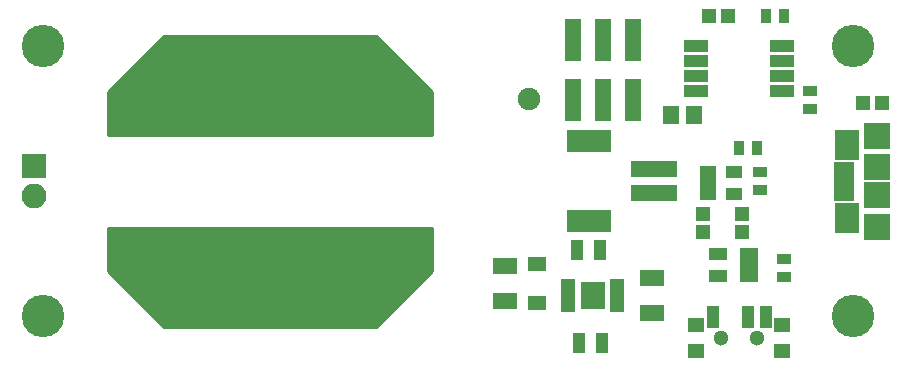
<source format=gts>
G04 #@! TF.FileFunction,Soldermask,Top*
%FSLAX46Y46*%
G04 Gerber Fmt 4.6, Leading zero omitted, Abs format (unit mm)*
G04 Created by KiCad (PCBNEW 4.0.7) date 05/03/18 21:25:46*
%MOMM*%
%LPD*%
G01*
G04 APERTURE LIST*
%ADD10C,0.100000*%
%ADD11C,0.908000*%
%ADD12R,1.400000X1.650000*%
%ADD13R,1.150000X1.200000*%
%ADD14R,2.000000X1.400000*%
%ADD15R,1.200000X1.200000*%
%ADD16R,1.600000X1.300000*%
%ADD17R,2.300000X2.300000*%
%ADD18R,2.000000X2.500000*%
%ADD19R,1.750000X0.800000*%
%ADD20R,3.800000X1.900000*%
%ADD21R,3.900000X1.400000*%
%ADD22R,2.100000X2.100000*%
%ADD23O,2.100000X2.100000*%
%ADD24R,1.100000X1.700000*%
%ADD25R,1.620000X1.050000*%
%ADD26R,0.900000X1.300000*%
%ADD27R,1.300000X0.900000*%
%ADD28R,1.460000X1.050000*%
%ADD29R,1.290000X0.820000*%
%ADD30R,1.240000X1.340000*%
%ADD31R,2.100000X1.050000*%
%ADD32C,1.300000*%
%ADD33R,1.100000X1.900000*%
%ADD34R,1.400000X1.200000*%
%ADD35C,3.600000*%
%ADD36C,1.900000*%
%ADD37R,1.400000X3.550000*%
%ADD38C,0.254000*%
G04 APERTURE END LIST*
D10*
D11*
X166370000Y-102108000D03*
X165100000Y-102108000D03*
X163830000Y-102108000D03*
X162560000Y-102108000D03*
X161290000Y-102108000D03*
X160020000Y-102108000D03*
X158750000Y-102108000D03*
X157480000Y-102108000D03*
X156210000Y-102108000D03*
X154940000Y-102108000D03*
X153670000Y-102108000D03*
X152400000Y-102108000D03*
X151130000Y-102108000D03*
X149860000Y-102108000D03*
X148590000Y-102108000D03*
X166370000Y-103378000D03*
X165100000Y-103378000D03*
X163830000Y-103378000D03*
X162560000Y-103378000D03*
X161290000Y-103378000D03*
X160020000Y-103378000D03*
X158750000Y-103378000D03*
X157480000Y-103378000D03*
X156210000Y-103378000D03*
X154940000Y-103378000D03*
X153670000Y-103378000D03*
X152400000Y-103378000D03*
X151130000Y-103378000D03*
X149860000Y-103378000D03*
X148590000Y-103378000D03*
X166370000Y-104648000D03*
X165100000Y-104648000D03*
X163830000Y-104648000D03*
X162560000Y-104648000D03*
X161290000Y-104648000D03*
X160020000Y-104648000D03*
X158750000Y-104648000D03*
X157480000Y-104648000D03*
X156210000Y-104648000D03*
X154940000Y-104648000D03*
X153670000Y-104648000D03*
X152400000Y-104648000D03*
X151130000Y-104648000D03*
X149860000Y-104648000D03*
X148590000Y-104648000D03*
X166370000Y-105918000D03*
X165100000Y-105918000D03*
X163830000Y-105918000D03*
X162560000Y-105918000D03*
X161290000Y-105918000D03*
X160020000Y-105918000D03*
X158750000Y-105918000D03*
X157480000Y-105918000D03*
X156210000Y-105918000D03*
X154940000Y-105918000D03*
X153670000Y-105918000D03*
X152400000Y-105918000D03*
X151130000Y-105918000D03*
X149860000Y-105918000D03*
X148590000Y-105918000D03*
X166370000Y-107188000D03*
X165100000Y-107188000D03*
X163830000Y-107188000D03*
X162560000Y-107188000D03*
X161290000Y-107188000D03*
X160020000Y-107188000D03*
X158750000Y-107188000D03*
X157480000Y-107188000D03*
X156210000Y-107188000D03*
X154940000Y-107188000D03*
X153670000Y-107188000D03*
X152400000Y-107188000D03*
X151130000Y-107188000D03*
X149860000Y-107188000D03*
X166370000Y-121412000D03*
X165100000Y-121412000D03*
X163830000Y-121412000D03*
X162560000Y-121412000D03*
X161290000Y-121412000D03*
X160020000Y-121412000D03*
X158750000Y-121412000D03*
X157480000Y-121412000D03*
X156210000Y-121412000D03*
X154940000Y-121412000D03*
X153670000Y-121412000D03*
X152400000Y-121412000D03*
X151130000Y-121412000D03*
X149860000Y-121412000D03*
X148590000Y-121412000D03*
X166370000Y-120142000D03*
X165100000Y-120142000D03*
X163830000Y-120142000D03*
X162560000Y-120142000D03*
X161290000Y-120142000D03*
X160020000Y-120142000D03*
X158750000Y-120142000D03*
X157480000Y-120142000D03*
X156210000Y-120142000D03*
X154940000Y-120142000D03*
X153670000Y-120142000D03*
X152400000Y-120142000D03*
X151130000Y-120142000D03*
X149860000Y-120142000D03*
X148590000Y-120142000D03*
X166370000Y-118872000D03*
X165100000Y-118872000D03*
X163830000Y-118872000D03*
X162560000Y-118872000D03*
X161290000Y-118872000D03*
X160020000Y-118872000D03*
X158750000Y-118872000D03*
X157480000Y-118872000D03*
X156210000Y-118872000D03*
X154940000Y-118872000D03*
X153670000Y-118872000D03*
X152400000Y-118872000D03*
X151130000Y-118872000D03*
X149860000Y-118872000D03*
X148590000Y-118872000D03*
X166370000Y-117602000D03*
X165100000Y-117602000D03*
X163830000Y-117602000D03*
X162560000Y-117602000D03*
X161290000Y-117602000D03*
X160020000Y-117602000D03*
X158750000Y-117602000D03*
X157480000Y-117602000D03*
X156210000Y-117602000D03*
X154940000Y-117602000D03*
X153670000Y-117602000D03*
X152400000Y-117602000D03*
X151130000Y-117602000D03*
X149860000Y-117602000D03*
X148590000Y-117602000D03*
X166370000Y-116332000D03*
X165100000Y-116332000D03*
X163830000Y-116332000D03*
X162560000Y-116332000D03*
X161290000Y-116332000D03*
X160020000Y-116332000D03*
X158750000Y-116332000D03*
X157480000Y-116332000D03*
X156210000Y-116332000D03*
X154940000Y-116332000D03*
X153670000Y-116332000D03*
X152400000Y-116332000D03*
X151130000Y-116332000D03*
X149860000Y-116332000D03*
D12*
X193548000Y-106172000D03*
X191548000Y-106172000D03*
D13*
X197612000Y-116066000D03*
X197612000Y-114566000D03*
X194310000Y-116066000D03*
X194310000Y-114566000D03*
D14*
X189992000Y-119912000D03*
X189992000Y-122912000D03*
X177546000Y-118896000D03*
X177546000Y-121896000D03*
D15*
X209461000Y-105156000D03*
X207861000Y-105156000D03*
D16*
X180213000Y-118746000D03*
X180213000Y-122046000D03*
D15*
X196380000Y-97790000D03*
X194780000Y-97790000D03*
D17*
X209042000Y-107910000D03*
X209042000Y-115610000D03*
D18*
X206492000Y-114860000D03*
X206492000Y-108660000D03*
D17*
X209042000Y-110560000D03*
D19*
X206242000Y-113060000D03*
X206242000Y-112410000D03*
X206242000Y-111760000D03*
X206242000Y-111110000D03*
X206242000Y-110460000D03*
D17*
X209042000Y-112960000D03*
D20*
X184682000Y-108360000D03*
X184682000Y-115160000D03*
D21*
X190182000Y-112760000D03*
X190182000Y-110760000D03*
D22*
X137668000Y-110490000D03*
D23*
X137668000Y-113030000D03*
D24*
X185735000Y-125476000D03*
X183835000Y-125476000D03*
D25*
X198160000Y-119822000D03*
X198160000Y-118872000D03*
X198160000Y-117922000D03*
X195540000Y-117922000D03*
X195540000Y-119822000D03*
D26*
X197370000Y-108966000D03*
X198870000Y-108966000D03*
D27*
X199136000Y-111010000D03*
X199136000Y-112510000D03*
X203327000Y-105652000D03*
X203327000Y-104152000D03*
D24*
X183647000Y-117602000D03*
X185547000Y-117602000D03*
D27*
X201168000Y-119825200D03*
X201168000Y-118325200D03*
D26*
X201144000Y-97790000D03*
X199644000Y-97790000D03*
D28*
X194734000Y-110937000D03*
X194734000Y-111887000D03*
X194734000Y-112837000D03*
X196934000Y-112837000D03*
X196934000Y-110937000D03*
D29*
X187056000Y-122425000D03*
X187056000Y-121775000D03*
X187056000Y-121125000D03*
X187056000Y-120475000D03*
X182846000Y-120475000D03*
X182846000Y-121125000D03*
X182846000Y-121775000D03*
X182846000Y-122425000D03*
D30*
X184531000Y-120980000D03*
X184531000Y-121920000D03*
X185371000Y-120980000D03*
X185371000Y-121920000D03*
D31*
X201008000Y-104140000D03*
X201008000Y-102870000D03*
X201008000Y-101600000D03*
X201008000Y-100330000D03*
X193708000Y-100330000D03*
X193708000Y-101600000D03*
X193708000Y-102870000D03*
X193708000Y-104140000D03*
D32*
X195858000Y-125044000D03*
X198858000Y-125044000D03*
D33*
X195108000Y-123284000D03*
X198108000Y-123284000D03*
X199608000Y-123284000D03*
D34*
X193708000Y-126144000D03*
X201008000Y-126144000D03*
X201008000Y-123934000D03*
X193708000Y-123934000D03*
D35*
X138430000Y-123190000D03*
X207010000Y-123190000D03*
X138430000Y-100330000D03*
X207010000Y-100330000D03*
D11*
X148590000Y-116332000D03*
X148590000Y-107188000D03*
D36*
X179578000Y-104775000D03*
D37*
X183261000Y-104887000D03*
X183261000Y-99837000D03*
X185801000Y-104887000D03*
X185801000Y-99837000D03*
X188341000Y-104887000D03*
X188341000Y-99837000D03*
D38*
G36*
X171323000Y-104192606D02*
X171323000Y-107823000D01*
X143891000Y-107823000D01*
X143891000Y-104192606D01*
X148642606Y-99441000D01*
X166571394Y-99441000D01*
X171323000Y-104192606D01*
X171323000Y-104192606D01*
G37*
X171323000Y-104192606D02*
X171323000Y-107823000D01*
X143891000Y-107823000D01*
X143891000Y-104192606D01*
X148642606Y-99441000D01*
X166571394Y-99441000D01*
X171323000Y-104192606D01*
G36*
X171323000Y-119327394D02*
X166571394Y-124079000D01*
X148642606Y-124079000D01*
X143891000Y-119327394D01*
X143891000Y-115697000D01*
X171323000Y-115697000D01*
X171323000Y-119327394D01*
X171323000Y-119327394D01*
G37*
X171323000Y-119327394D02*
X166571394Y-124079000D01*
X148642606Y-124079000D01*
X143891000Y-119327394D01*
X143891000Y-115697000D01*
X171323000Y-115697000D01*
X171323000Y-119327394D01*
M02*

</source>
